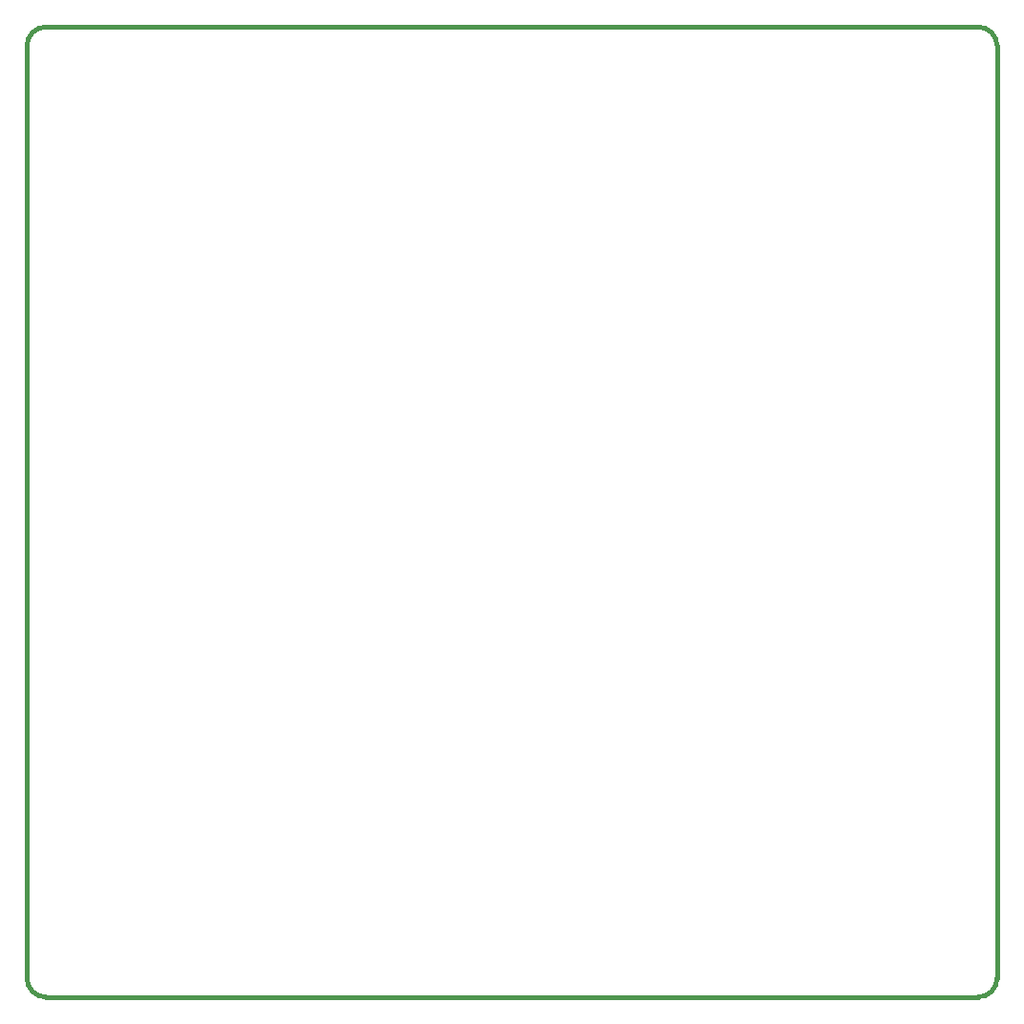
<source format=gbr>
G04*
G04 #@! TF.GenerationSoftware,Altium Limited,Altium Designer,24.1.2 (44)*
G04*
G04 Layer_Color=16711935*
%FSLAX44Y44*%
%MOMM*%
G71*
G04*
G04 #@! TF.SameCoordinates,1E5C80FD-96BC-4AB1-9BEB-1594B19F9C97*
G04*
G04*
G04 #@! TF.FilePolarity,Positive*
G04*
G01*
G75*
%ADD155C,0.4440*%
D155*
X-4997Y11997D02*
G03*
X12003Y-5003I17000J0D01*
G01*
X855003Y838034D02*
G03*
X838041Y854997I-17000J-38D01*
G01*
X11965Y854997D02*
G03*
X-4997Y837997I38J-17000D01*
G01*
X838003Y-5003D02*
G03*
X855003Y11997I0J17000D01*
G01*
X12019Y854997D02*
X837987Y854997D01*
X855003Y11997D02*
Y837981D01*
X-4997Y11997D02*
X-4997Y837997D01*
X12003Y-5003D02*
X838003D01*
M02*

</source>
